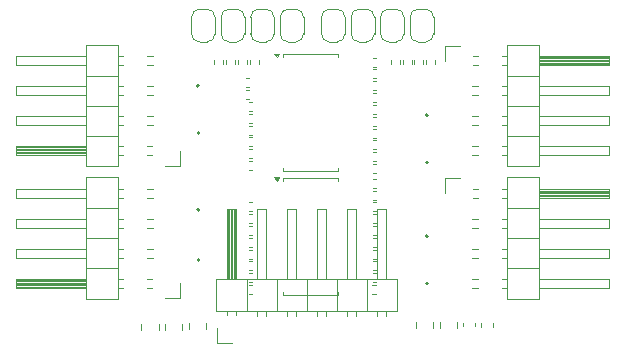
<source format=gbr>
%TF.GenerationSoftware,KiCad,Pcbnew,8.0.3-8.0.3-0~ubuntu22.04.1*%
%TF.CreationDate,2024-07-16T20:39:51+09:00*%
%TF.ProjectId,PCA9685_ver3,50434139-3638-4355-9f76-6572332e6b69,rev?*%
%TF.SameCoordinates,Original*%
%TF.FileFunction,Legend,Top*%
%TF.FilePolarity,Positive*%
%FSLAX46Y46*%
G04 Gerber Fmt 4.6, Leading zero omitted, Abs format (unit mm)*
G04 Created by KiCad (PCBNEW 8.0.3-8.0.3-0~ubuntu22.04.1) date 2024-07-16 20:39:51*
%MOMM*%
%LPD*%
G01*
G04 APERTURE LIST*
%ADD10C,0.200000*%
%ADD11C,0.120000*%
G04 APERTURE END LIST*
D10*
%TO.C,U10*%
X157525000Y-72250000D02*
G75*
G02*
X157325000Y-72250000I-100000J0D01*
G01*
X157325000Y-72250000D02*
G75*
G02*
X157525000Y-72250000I100000J0D01*
G01*
%TO.C,U9*%
X157525000Y-76250000D02*
G75*
G02*
X157325000Y-76250000I-100000J0D01*
G01*
X157325000Y-76250000D02*
G75*
G02*
X157525000Y-76250000I100000J0D01*
G01*
%TO.C,U6*%
X157525000Y-82500000D02*
G75*
G02*
X157325000Y-82500000I-100000J0D01*
G01*
X157325000Y-82500000D02*
G75*
G02*
X157525000Y-82500000I100000J0D01*
G01*
%TO.C,U5*%
X157525000Y-86500000D02*
G75*
G02*
X157325000Y-86500000I-100000J0D01*
G01*
X157325000Y-86500000D02*
G75*
G02*
X157525000Y-86500000I100000J0D01*
G01*
%TO.C,U4*%
X138175000Y-84500000D02*
G75*
G02*
X137975000Y-84500000I-100000J0D01*
G01*
X137975000Y-84500000D02*
G75*
G02*
X138175000Y-84500000I100000J0D01*
G01*
%TO.C,U3*%
X138175000Y-80250000D02*
G75*
G02*
X137975000Y-80250000I-100000J0D01*
G01*
X137975000Y-80250000D02*
G75*
G02*
X138175000Y-80250000I100000J0D01*
G01*
%TO.C,U8*%
X138175000Y-73750000D02*
G75*
G02*
X137975000Y-73750000I-100000J0D01*
G01*
X137975000Y-73750000D02*
G75*
G02*
X138175000Y-73750000I100000J0D01*
G01*
%TO.C,U7*%
X138125000Y-69750000D02*
G75*
G02*
X137925000Y-69750000I-100000J0D01*
G01*
X137925000Y-69750000D02*
G75*
G02*
X138125000Y-69750000I100000J0D01*
G01*
D11*
%TO.C,R6*%
X142643641Y-82620000D02*
X142336359Y-82620000D01*
X142643641Y-83380000D02*
X142336359Y-83380000D01*
%TO.C,R1*%
X152846359Y-78620000D02*
X153153641Y-78620000D01*
X152846359Y-79380000D02*
X153153641Y-79380000D01*
%TO.C,J2*%
X139570000Y-86150000D02*
X139570000Y-88810000D01*
X139570000Y-88810000D02*
X154930000Y-88810000D01*
X139630000Y-91520000D02*
X139630000Y-90250000D01*
X140520000Y-80150000D02*
X141280000Y-80150000D01*
X140520000Y-86150000D02*
X140520000Y-80150000D01*
X140520000Y-89140000D02*
X140520000Y-88810000D01*
X140580000Y-86150000D02*
X140580000Y-80150000D01*
X140700000Y-86150000D02*
X140700000Y-80150000D01*
X140820000Y-86150000D02*
X140820000Y-80150000D01*
X140900000Y-91520000D02*
X139630000Y-91520000D01*
X140940000Y-86150000D02*
X140940000Y-80150000D01*
X141060000Y-86150000D02*
X141060000Y-80150000D01*
X141180000Y-86150000D02*
X141180000Y-80150000D01*
X141280000Y-80150000D02*
X141280000Y-86150000D01*
X141280000Y-89140000D02*
X141280000Y-88810000D01*
X142170000Y-88810000D02*
X142170000Y-86150000D01*
X143060000Y-80150000D02*
X143820000Y-80150000D01*
X143060000Y-86150000D02*
X143060000Y-80150000D01*
X143060000Y-89207071D02*
X143060000Y-88810000D01*
X143820000Y-80150000D02*
X143820000Y-86150000D01*
X143820000Y-89207071D02*
X143820000Y-88810000D01*
X144710000Y-88810000D02*
X144710000Y-86150000D01*
X145600000Y-80150000D02*
X146360000Y-80150000D01*
X145600000Y-86150000D02*
X145600000Y-80150000D01*
X145600000Y-89207071D02*
X145600000Y-88810000D01*
X146360000Y-80150000D02*
X146360000Y-86150000D01*
X146360000Y-89207071D02*
X146360000Y-88810000D01*
X147250000Y-88810000D02*
X147250000Y-86150000D01*
X148140000Y-80150000D02*
X148900000Y-80150000D01*
X148140000Y-86150000D02*
X148140000Y-80150000D01*
X148140000Y-89207071D02*
X148140000Y-88810000D01*
X148900000Y-80150000D02*
X148900000Y-86150000D01*
X148900000Y-89207071D02*
X148900000Y-88810000D01*
X149790000Y-88810000D02*
X149790000Y-86150000D01*
X150680000Y-80150000D02*
X151440000Y-80150000D01*
X150680000Y-86150000D02*
X150680000Y-80150000D01*
X150680000Y-89207071D02*
X150680000Y-88810000D01*
X151440000Y-80150000D02*
X151440000Y-86150000D01*
X151440000Y-89207071D02*
X151440000Y-88810000D01*
X152330000Y-88810000D02*
X152330000Y-86150000D01*
X153220000Y-80150000D02*
X153980000Y-80150000D01*
X153220000Y-86150000D02*
X153220000Y-80150000D01*
X153220000Y-89207071D02*
X153220000Y-88810000D01*
X153980000Y-80150000D02*
X153980000Y-86150000D01*
X153980000Y-89207071D02*
X153980000Y-88810000D01*
X154930000Y-86150000D02*
X139570000Y-86150000D01*
X154930000Y-88810000D02*
X154930000Y-86150000D01*
%TO.C,J6*%
X122610000Y-78450000D02*
X128610000Y-78450000D01*
X122610000Y-79210000D02*
X122610000Y-78450000D01*
X122610000Y-80990000D02*
X128610000Y-80990000D01*
X122610000Y-81750000D02*
X122610000Y-80990000D01*
X122610000Y-83530000D02*
X128610000Y-83530000D01*
X122610000Y-84290000D02*
X122610000Y-83530000D01*
X122610000Y-86070000D02*
X128610000Y-86070000D01*
X122610000Y-86830000D02*
X122610000Y-86070000D01*
X128610000Y-77500000D02*
X128610000Y-87780000D01*
X128610000Y-79210000D02*
X122610000Y-79210000D01*
X128610000Y-81750000D02*
X122610000Y-81750000D01*
X128610000Y-84290000D02*
X122610000Y-84290000D01*
X128610000Y-86170000D02*
X122610000Y-86170000D01*
X128610000Y-86290000D02*
X122610000Y-86290000D01*
X128610000Y-86410000D02*
X122610000Y-86410000D01*
X128610000Y-86530000D02*
X122610000Y-86530000D01*
X128610000Y-86650000D02*
X122610000Y-86650000D01*
X128610000Y-86770000D02*
X122610000Y-86770000D01*
X128610000Y-86830000D02*
X122610000Y-86830000D01*
X128610000Y-87780000D02*
X131270000Y-87780000D01*
X131270000Y-77500000D02*
X128610000Y-77500000D01*
X131270000Y-80100000D02*
X128610000Y-80100000D01*
X131270000Y-82640000D02*
X128610000Y-82640000D01*
X131270000Y-85180000D02*
X128610000Y-85180000D01*
X131270000Y-87780000D02*
X131270000Y-77500000D01*
X131667071Y-78450000D02*
X131270000Y-78450000D01*
X131667071Y-79210000D02*
X131270000Y-79210000D01*
X131667071Y-80990000D02*
X131270000Y-80990000D01*
X131667071Y-81750000D02*
X131270000Y-81750000D01*
X131667071Y-83530000D02*
X131270000Y-83530000D01*
X131667071Y-84290000D02*
X131270000Y-84290000D01*
X131667071Y-86070000D02*
X131270000Y-86070000D01*
X131667071Y-86830000D02*
X131270000Y-86830000D01*
X134140000Y-86070000D02*
X133752929Y-86070000D01*
X134140000Y-86830000D02*
X133752929Y-86830000D01*
X134207071Y-78450000D02*
X133752929Y-78450000D01*
X134207071Y-79210000D02*
X133752929Y-79210000D01*
X134207071Y-80990000D02*
X133752929Y-80990000D01*
X134207071Y-81750000D02*
X133752929Y-81750000D01*
X134207071Y-83530000D02*
X133752929Y-83530000D01*
X134207071Y-84290000D02*
X133752929Y-84290000D01*
X136520000Y-86450000D02*
X136520000Y-87720000D01*
X136520000Y-87720000D02*
X135250000Y-87720000D01*
%TO.C,R25*%
X156515000Y-90227064D02*
X156515000Y-89772936D01*
X157985000Y-90227064D02*
X157985000Y-89772936D01*
%TO.C,R12*%
X152846359Y-85620000D02*
X153153641Y-85620000D01*
X152846359Y-86380000D02*
X153153641Y-86380000D01*
%TO.C,JP14*%
X156000000Y-65350000D02*
X156000000Y-63950000D01*
X156700000Y-63250000D02*
X157300000Y-63250000D01*
X157300000Y-66050000D02*
X156700000Y-66050000D01*
X158000000Y-63950000D02*
X158000000Y-65350000D01*
X156000000Y-63950000D02*
G75*
G02*
X156700000Y-63250000I699999J1D01*
G01*
X156700000Y-66050000D02*
G75*
G02*
X156000000Y-65350000I0J700000D01*
G01*
X157300000Y-63250000D02*
G75*
G02*
X158000000Y-63950000I1J-699999D01*
G01*
X158000000Y-65350000D02*
G75*
G02*
X157300000Y-66050000I-700000J0D01*
G01*
%TO.C,R13*%
X152846359Y-84620000D02*
X153153641Y-84620000D01*
X152846359Y-85380000D02*
X153153641Y-85380000D01*
%TO.C,R33*%
X142653641Y-71120000D02*
X142346359Y-71120000D01*
X142653641Y-71880000D02*
X142346359Y-71880000D01*
%TO.C,R49*%
X156370000Y-67903641D02*
X156370000Y-67596359D01*
X157130000Y-67903641D02*
X157130000Y-67596359D01*
%TO.C,R10*%
X142643641Y-86620000D02*
X142336359Y-86620000D01*
X142643641Y-87380000D02*
X142336359Y-87380000D01*
%TO.C,R42*%
X152856359Y-73370000D02*
X153163641Y-73370000D01*
X152856359Y-74130000D02*
X153163641Y-74130000D01*
%TO.C,C1*%
X160490000Y-90115580D02*
X160490000Y-89834420D01*
X161510000Y-90115580D02*
X161510000Y-89834420D01*
%TO.C,U1*%
X145290000Y-77565000D02*
X145290000Y-77840000D01*
X145290000Y-87485000D02*
X145290000Y-87210000D01*
X147600000Y-77565000D02*
X145290000Y-77565000D01*
X147600000Y-77565000D02*
X149910000Y-77565000D01*
X147600000Y-87485000D02*
X145290000Y-87485000D01*
X147600000Y-87485000D02*
X149910000Y-87485000D01*
X149910000Y-77565000D02*
X149910000Y-77840000D01*
X149910000Y-87485000D02*
X149910000Y-87210000D01*
X144700000Y-77840000D02*
X144460000Y-77510000D01*
X144940000Y-77510000D01*
X144700000Y-77840000D01*
G36*
X144700000Y-77840000D02*
G01*
X144460000Y-77510000D01*
X144940000Y-77510000D01*
X144700000Y-77840000D01*
G37*
%TO.C,R41*%
X152856359Y-74370000D02*
X153163641Y-74370000D01*
X152856359Y-75130000D02*
X153163641Y-75130000D01*
%TO.C,R27*%
X135265000Y-90402064D02*
X135265000Y-89947936D01*
X136735000Y-90402064D02*
X136735000Y-89947936D01*
%TO.C,JP1*%
X145000000Y-65350000D02*
X145000000Y-63950000D01*
X145700000Y-63250000D02*
X146300000Y-63250000D01*
X146300000Y-66050000D02*
X145700000Y-66050000D01*
X147000000Y-63950000D02*
X147000000Y-65350000D01*
X145000000Y-63950000D02*
G75*
G02*
X145700000Y-63250000I699999J1D01*
G01*
X145700000Y-66050000D02*
G75*
G02*
X145000000Y-65350000I0J700000D01*
G01*
X146300000Y-63250000D02*
G75*
G02*
X147000000Y-63950000I1J-699999D01*
G01*
X147000000Y-65350000D02*
G75*
G02*
X146300000Y-66050000I-700000J0D01*
G01*
%TO.C,R3*%
X142643641Y-79620000D02*
X142336359Y-79620000D01*
X142643641Y-80380000D02*
X142336359Y-80380000D01*
%TO.C,JP4*%
X137500000Y-65350000D02*
X137500000Y-63950000D01*
X138200000Y-63250000D02*
X138800000Y-63250000D01*
X138800000Y-66050000D02*
X138200000Y-66050000D01*
X139500000Y-63950000D02*
X139500000Y-65350000D01*
X137500000Y-63950000D02*
G75*
G02*
X138200000Y-63250000I699999J1D01*
G01*
X138200000Y-66050000D02*
G75*
G02*
X137500000Y-65350000I0J700000D01*
G01*
X138800000Y-63250000D02*
G75*
G02*
X139500000Y-63950000I1J-699999D01*
G01*
X139500000Y-65350000D02*
G75*
G02*
X138800000Y-66050000I-700000J0D01*
G01*
%TO.C,R38*%
X142653641Y-76120000D02*
X142346359Y-76120000D01*
X142653641Y-76880000D02*
X142346359Y-76880000D01*
%TO.C,R17*%
X152846359Y-80620000D02*
X153153641Y-80620000D01*
X152846359Y-81380000D02*
X153153641Y-81380000D01*
%TO.C,JP13*%
X153500000Y-65350000D02*
X153500000Y-63950000D01*
X154200000Y-63250000D02*
X154800000Y-63250000D01*
X154800000Y-66050000D02*
X154200000Y-66050000D01*
X155500000Y-63950000D02*
X155500000Y-65350000D01*
X153500000Y-63950000D02*
G75*
G02*
X154200000Y-63250000I699999J1D01*
G01*
X154200000Y-66050000D02*
G75*
G02*
X153500000Y-65350000I0J700000D01*
G01*
X154800000Y-63250000D02*
G75*
G02*
X155500000Y-63950000I1J-699999D01*
G01*
X155500000Y-65350000D02*
G75*
G02*
X154800000Y-66050000I-700000J0D01*
G01*
%TO.C,J1*%
X122610000Y-67250000D02*
X128610000Y-67250000D01*
X122610000Y-68010000D02*
X122610000Y-67250000D01*
X122610000Y-69790000D02*
X128610000Y-69790000D01*
X122610000Y-70550000D02*
X122610000Y-69790000D01*
X122610000Y-72330000D02*
X128610000Y-72330000D01*
X122610000Y-73090000D02*
X122610000Y-72330000D01*
X122610000Y-74870000D02*
X128610000Y-74870000D01*
X122610000Y-75630000D02*
X122610000Y-74870000D01*
X128610000Y-66300000D02*
X128610000Y-76580000D01*
X128610000Y-68010000D02*
X122610000Y-68010000D01*
X128610000Y-70550000D02*
X122610000Y-70550000D01*
X128610000Y-73090000D02*
X122610000Y-73090000D01*
X128610000Y-74970000D02*
X122610000Y-74970000D01*
X128610000Y-75090000D02*
X122610000Y-75090000D01*
X128610000Y-75210000D02*
X122610000Y-75210000D01*
X128610000Y-75330000D02*
X122610000Y-75330000D01*
X128610000Y-75450000D02*
X122610000Y-75450000D01*
X128610000Y-75570000D02*
X122610000Y-75570000D01*
X128610000Y-75630000D02*
X122610000Y-75630000D01*
X128610000Y-76580000D02*
X131270000Y-76580000D01*
X131270000Y-66300000D02*
X128610000Y-66300000D01*
X131270000Y-68900000D02*
X128610000Y-68900000D01*
X131270000Y-71440000D02*
X128610000Y-71440000D01*
X131270000Y-73980000D02*
X128610000Y-73980000D01*
X131270000Y-76580000D02*
X131270000Y-66300000D01*
X131667071Y-67250000D02*
X131270000Y-67250000D01*
X131667071Y-68010000D02*
X131270000Y-68010000D01*
X131667071Y-69790000D02*
X131270000Y-69790000D01*
X131667071Y-70550000D02*
X131270000Y-70550000D01*
X131667071Y-72330000D02*
X131270000Y-72330000D01*
X131667071Y-73090000D02*
X131270000Y-73090000D01*
X131667071Y-74870000D02*
X131270000Y-74870000D01*
X131667071Y-75630000D02*
X131270000Y-75630000D01*
X134140000Y-74870000D02*
X133752929Y-74870000D01*
X134140000Y-75630000D02*
X133752929Y-75630000D01*
X134207071Y-67250000D02*
X133752929Y-67250000D01*
X134207071Y-68010000D02*
X133752929Y-68010000D01*
X134207071Y-69790000D02*
X133752929Y-69790000D01*
X134207071Y-70550000D02*
X133752929Y-70550000D01*
X134207071Y-72330000D02*
X133752929Y-72330000D01*
X134207071Y-73090000D02*
X133752929Y-73090000D01*
X136520000Y-75250000D02*
X136520000Y-76520000D01*
X136520000Y-76520000D02*
X135250000Y-76520000D01*
%TO.C,JP11*%
X148500000Y-65350000D02*
X148500000Y-63950000D01*
X149200000Y-63250000D02*
X149800000Y-63250000D01*
X149800000Y-66050000D02*
X149200000Y-66050000D01*
X150500000Y-63950000D02*
X150500000Y-65350000D01*
X148500000Y-63950000D02*
G75*
G02*
X149200000Y-63250000I699999J1D01*
G01*
X149200000Y-66050000D02*
G75*
G02*
X148500000Y-65350000I0J700000D01*
G01*
X149800000Y-63250000D02*
G75*
G02*
X150500000Y-63950000I1J-699999D01*
G01*
X150500000Y-65350000D02*
G75*
G02*
X149800000Y-66050000I-700000J0D01*
G01*
%TO.C,R4*%
X142643641Y-80620000D02*
X142336359Y-80620000D01*
X142643641Y-81380000D02*
X142336359Y-81380000D01*
%TO.C,R16*%
X152846359Y-81610000D02*
X153153641Y-81610000D01*
X152846359Y-82370000D02*
X153153641Y-82370000D01*
%TO.C,J4*%
X158980000Y-66360000D02*
X160250000Y-66360000D01*
X158980000Y-67630000D02*
X158980000Y-66360000D01*
X161292929Y-69790000D02*
X161747071Y-69790000D01*
X161292929Y-70550000D02*
X161747071Y-70550000D01*
X161292929Y-72330000D02*
X161747071Y-72330000D01*
X161292929Y-73090000D02*
X161747071Y-73090000D01*
X161292929Y-74870000D02*
X161747071Y-74870000D01*
X161292929Y-75630000D02*
X161747071Y-75630000D01*
X161360000Y-67250000D02*
X161747071Y-67250000D01*
X161360000Y-68010000D02*
X161747071Y-68010000D01*
X163832929Y-67250000D02*
X164230000Y-67250000D01*
X163832929Y-68010000D02*
X164230000Y-68010000D01*
X163832929Y-69790000D02*
X164230000Y-69790000D01*
X163832929Y-70550000D02*
X164230000Y-70550000D01*
X163832929Y-72330000D02*
X164230000Y-72330000D01*
X163832929Y-73090000D02*
X164230000Y-73090000D01*
X163832929Y-74870000D02*
X164230000Y-74870000D01*
X163832929Y-75630000D02*
X164230000Y-75630000D01*
X164230000Y-66300000D02*
X164230000Y-76580000D01*
X164230000Y-68900000D02*
X166890000Y-68900000D01*
X164230000Y-71440000D02*
X166890000Y-71440000D01*
X164230000Y-73980000D02*
X166890000Y-73980000D01*
X164230000Y-76580000D02*
X166890000Y-76580000D01*
X166890000Y-66300000D02*
X164230000Y-66300000D01*
X166890000Y-67250000D02*
X172890000Y-67250000D01*
X166890000Y-67310000D02*
X172890000Y-67310000D01*
X166890000Y-67430000D02*
X172890000Y-67430000D01*
X166890000Y-67550000D02*
X172890000Y-67550000D01*
X166890000Y-67670000D02*
X172890000Y-67670000D01*
X166890000Y-67790000D02*
X172890000Y-67790000D01*
X166890000Y-67910000D02*
X172890000Y-67910000D01*
X166890000Y-69790000D02*
X172890000Y-69790000D01*
X166890000Y-72330000D02*
X172890000Y-72330000D01*
X166890000Y-74870000D02*
X172890000Y-74870000D01*
X166890000Y-76580000D02*
X166890000Y-66300000D01*
X172890000Y-67250000D02*
X172890000Y-68010000D01*
X172890000Y-68010000D02*
X166890000Y-68010000D01*
X172890000Y-69790000D02*
X172890000Y-70550000D01*
X172890000Y-70550000D02*
X166890000Y-70550000D01*
X172890000Y-72330000D02*
X172890000Y-73090000D01*
X172890000Y-73090000D02*
X166890000Y-73090000D01*
X172890000Y-74870000D02*
X172890000Y-75630000D01*
X172890000Y-75630000D02*
X166890000Y-75630000D01*
%TO.C,R47*%
X154370000Y-67893641D02*
X154370000Y-67586359D01*
X155130000Y-67893641D02*
X155130000Y-67586359D01*
%TO.C,R50*%
X157370000Y-67903641D02*
X157370000Y-67596359D01*
X158130000Y-67903641D02*
X158130000Y-67596359D01*
%TO.C,R11*%
X152826359Y-86620000D02*
X153133641Y-86620000D01*
X152826359Y-87380000D02*
X153133641Y-87380000D01*
%TO.C,R18*%
X152846359Y-79620000D02*
X153153641Y-79620000D01*
X152846359Y-80380000D02*
X153153641Y-80380000D01*
%TO.C,C3*%
X161990000Y-90140580D02*
X161990000Y-89859420D01*
X163010000Y-90140580D02*
X163010000Y-89859420D01*
%TO.C,R48*%
X155370000Y-67903641D02*
X155370000Y-67596359D01*
X156130000Y-67903641D02*
X156130000Y-67596359D01*
%TO.C,U2*%
X145290000Y-67080000D02*
X145290000Y-67355000D01*
X145290000Y-77000000D02*
X145290000Y-76725000D01*
X147600000Y-67080000D02*
X145290000Y-67080000D01*
X147600000Y-67080000D02*
X149910000Y-67080000D01*
X147600000Y-77000000D02*
X145290000Y-77000000D01*
X147600000Y-77000000D02*
X149910000Y-77000000D01*
X149910000Y-67080000D02*
X149910000Y-67355000D01*
X149910000Y-77000000D02*
X149910000Y-76725000D01*
X144700000Y-67355000D02*
X144460000Y-67025000D01*
X144940000Y-67025000D01*
X144700000Y-67355000D01*
G36*
X144700000Y-67355000D02*
G01*
X144460000Y-67025000D01*
X144940000Y-67025000D01*
X144700000Y-67355000D01*
G37*
%TO.C,R28*%
X137265000Y-90314564D02*
X137265000Y-89860436D01*
X138735000Y-90314564D02*
X138735000Y-89860436D01*
%TO.C,R26*%
X158515000Y-90227064D02*
X158515000Y-89772936D01*
X159985000Y-90227064D02*
X159985000Y-89772936D01*
%TO.C,R35*%
X142653641Y-73120000D02*
X142346359Y-73120000D01*
X142653641Y-73880000D02*
X142346359Y-73880000D01*
%TO.C,R34*%
X142653641Y-72120000D02*
X142346359Y-72120000D01*
X142653641Y-72880000D02*
X142346359Y-72880000D01*
%TO.C,R43*%
X152846359Y-72370000D02*
X153153641Y-72370000D01*
X152846359Y-73130000D02*
X153153641Y-73130000D01*
%TO.C,R31*%
X142403641Y-69120000D02*
X142096359Y-69120000D01*
X142403641Y-69880000D02*
X142096359Y-69880000D01*
%TO.C,R8*%
X142643641Y-84620000D02*
X142336359Y-84620000D01*
X142643641Y-85380000D02*
X142336359Y-85380000D01*
%TO.C,R36*%
X142643641Y-74120000D02*
X142336359Y-74120000D01*
X142643641Y-74880000D02*
X142336359Y-74880000D01*
%TO.C,R32*%
X142393641Y-70120000D02*
X142086359Y-70120000D01*
X142393641Y-70880000D02*
X142086359Y-70880000D01*
%TO.C,R40*%
X152856359Y-75360000D02*
X153163641Y-75360000D01*
X152856359Y-76120000D02*
X153163641Y-76120000D01*
%TO.C,R20*%
X141420000Y-67903641D02*
X141420000Y-67596359D01*
X142180000Y-67903641D02*
X142180000Y-67596359D01*
%TO.C,R29*%
X152836359Y-68370000D02*
X153143641Y-68370000D01*
X152836359Y-69130000D02*
X153143641Y-69130000D01*
%TO.C,R37*%
X142643641Y-75090000D02*
X142336359Y-75090000D01*
X142643641Y-75850000D02*
X142336359Y-75850000D01*
%TO.C,R7*%
X142643641Y-83620000D02*
X142336359Y-83620000D01*
X142643641Y-84380000D02*
X142336359Y-84380000D01*
%TO.C,R30*%
X152836359Y-67370000D02*
X153143641Y-67370000D01*
X152836359Y-68130000D02*
X153143641Y-68130000D01*
%TO.C,JP3*%
X140000000Y-65350000D02*
X140000000Y-63950000D01*
X140700000Y-63250000D02*
X141300000Y-63250000D01*
X141300000Y-66050000D02*
X140700000Y-66050000D01*
X142000000Y-63950000D02*
X142000000Y-65350000D01*
X140000000Y-63950000D02*
G75*
G02*
X140700000Y-63250000I699999J1D01*
G01*
X140700000Y-66050000D02*
G75*
G02*
X140000000Y-65350000I0J700000D01*
G01*
X141300000Y-63250000D02*
G75*
G02*
X142000000Y-63950000I1J-699999D01*
G01*
X142000000Y-65350000D02*
G75*
G02*
X141300000Y-66050000I-700000J0D01*
G01*
%TO.C,JP12*%
X151000000Y-65350000D02*
X151000000Y-63950000D01*
X151700000Y-63250000D02*
X152300000Y-63250000D01*
X152300000Y-66050000D02*
X151700000Y-66050000D01*
X153000000Y-63950000D02*
X153000000Y-65350000D01*
X151000000Y-63950000D02*
G75*
G02*
X151700000Y-63250000I699999J1D01*
G01*
X151700000Y-66050000D02*
G75*
G02*
X151000000Y-65350000I0J700000D01*
G01*
X152300000Y-63250000D02*
G75*
G02*
X153000000Y-63950000I1J-699999D01*
G01*
X153000000Y-65350000D02*
G75*
G02*
X152300000Y-66050000I-700000J0D01*
G01*
%TO.C,R39*%
X152846359Y-76370000D02*
X153153641Y-76370000D01*
X152846359Y-77130000D02*
X153153641Y-77130000D01*
%TO.C,R44*%
X152846359Y-71370000D02*
X153153641Y-71370000D01*
X152846359Y-72130000D02*
X153153641Y-72130000D01*
%TO.C,JP2*%
X142500000Y-65350000D02*
X142500000Y-63950000D01*
X143200000Y-63250000D02*
X143800000Y-63250000D01*
X143800000Y-66050000D02*
X143200000Y-66050000D01*
X144500000Y-63950000D02*
X144500000Y-65350000D01*
X142500000Y-63950000D02*
G75*
G02*
X143200000Y-63250000I699999J1D01*
G01*
X143200000Y-66050000D02*
G75*
G02*
X142500000Y-65350000I0J700000D01*
G01*
X143800000Y-63250000D02*
G75*
G02*
X144500000Y-63950000I1J-699999D01*
G01*
X144500000Y-65350000D02*
G75*
G02*
X143800000Y-66050000I-700000J0D01*
G01*
%TO.C,R2*%
X152846359Y-77620000D02*
X153153641Y-77620000D01*
X152846359Y-78380000D02*
X153153641Y-78380000D01*
%TO.C,R45*%
X152836359Y-70370000D02*
X153143641Y-70370000D01*
X152836359Y-71130000D02*
X153143641Y-71130000D01*
%TO.C,R15*%
X152836359Y-82620000D02*
X153143641Y-82620000D01*
X152836359Y-83380000D02*
X153143641Y-83380000D01*
%TO.C,R46*%
X152846359Y-69370000D02*
X153153641Y-69370000D01*
X152846359Y-70130000D02*
X153153641Y-70130000D01*
%TO.C,R22*%
X139430000Y-67903641D02*
X139430000Y-67596359D01*
X140190000Y-67903641D02*
X140190000Y-67596359D01*
%TO.C,R19*%
X142420000Y-67903641D02*
X142420000Y-67596359D01*
X143180000Y-67903641D02*
X143180000Y-67596359D01*
%TO.C,R5*%
X142643641Y-81620000D02*
X142336359Y-81620000D01*
X142643641Y-82380000D02*
X142336359Y-82380000D01*
%TO.C,R14*%
X152846359Y-83620000D02*
X153153641Y-83620000D01*
X152846359Y-84380000D02*
X153153641Y-84380000D01*
%TO.C,R21*%
X140430000Y-67903641D02*
X140430000Y-67596359D01*
X141190000Y-67903641D02*
X141190000Y-67596359D01*
%TO.C,R9*%
X142643641Y-85620000D02*
X142336359Y-85620000D01*
X142643641Y-86380000D02*
X142336359Y-86380000D01*
%TO.C,J3*%
X158980000Y-77560000D02*
X160250000Y-77560000D01*
X158980000Y-78830000D02*
X158980000Y-77560000D01*
X161292929Y-80990000D02*
X161747071Y-80990000D01*
X161292929Y-81750000D02*
X161747071Y-81750000D01*
X161292929Y-83530000D02*
X161747071Y-83530000D01*
X161292929Y-84290000D02*
X161747071Y-84290000D01*
X161292929Y-86070000D02*
X161747071Y-86070000D01*
X161292929Y-86830000D02*
X161747071Y-86830000D01*
X161360000Y-78450000D02*
X161747071Y-78450000D01*
X161360000Y-79210000D02*
X161747071Y-79210000D01*
X163832929Y-78450000D02*
X164230000Y-78450000D01*
X163832929Y-79210000D02*
X164230000Y-79210000D01*
X163832929Y-80990000D02*
X164230000Y-80990000D01*
X163832929Y-81750000D02*
X164230000Y-81750000D01*
X163832929Y-83530000D02*
X164230000Y-83530000D01*
X163832929Y-84290000D02*
X164230000Y-84290000D01*
X163832929Y-86070000D02*
X164230000Y-86070000D01*
X163832929Y-86830000D02*
X164230000Y-86830000D01*
X164230000Y-77500000D02*
X164230000Y-87780000D01*
X164230000Y-80100000D02*
X166890000Y-80100000D01*
X164230000Y-82640000D02*
X166890000Y-82640000D01*
X164230000Y-85180000D02*
X166890000Y-85180000D01*
X164230000Y-87780000D02*
X166890000Y-87780000D01*
X166890000Y-77500000D02*
X164230000Y-77500000D01*
X166890000Y-78450000D02*
X172890000Y-78450000D01*
X166890000Y-78510000D02*
X172890000Y-78510000D01*
X166890000Y-78630000D02*
X172890000Y-78630000D01*
X166890000Y-78750000D02*
X172890000Y-78750000D01*
X166890000Y-78870000D02*
X172890000Y-78870000D01*
X166890000Y-78990000D02*
X172890000Y-78990000D01*
X166890000Y-79110000D02*
X172890000Y-79110000D01*
X166890000Y-80990000D02*
X172890000Y-80990000D01*
X166890000Y-83530000D02*
X172890000Y-83530000D01*
X166890000Y-86070000D02*
X172890000Y-86070000D01*
X166890000Y-87780000D02*
X166890000Y-77500000D01*
X172890000Y-78450000D02*
X172890000Y-79210000D01*
X172890000Y-79210000D02*
X166890000Y-79210000D01*
X172890000Y-80990000D02*
X172890000Y-81750000D01*
X172890000Y-81750000D02*
X166890000Y-81750000D01*
X172890000Y-83530000D02*
X172890000Y-84290000D01*
X172890000Y-84290000D02*
X166890000Y-84290000D01*
X172890000Y-86070000D02*
X172890000Y-86830000D01*
X172890000Y-86830000D02*
X166890000Y-86830000D01*
%TO.C,C2*%
X133265000Y-89913748D02*
X133265000Y-90436252D01*
X134735000Y-89913748D02*
X134735000Y-90436252D01*
%TD*%
M02*

</source>
